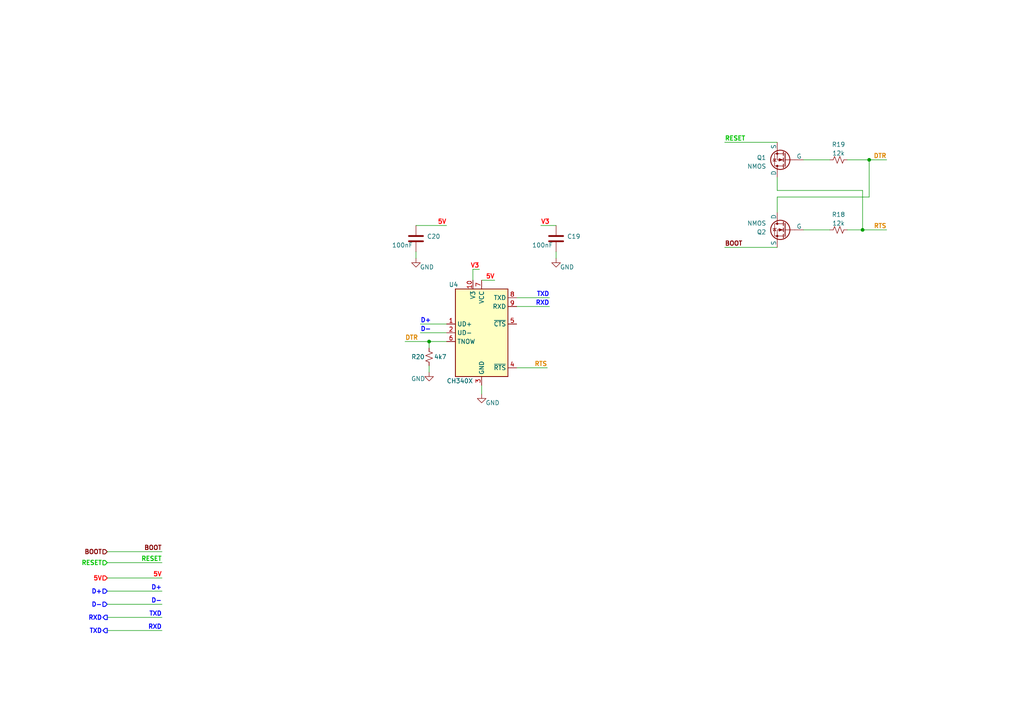
<source format=kicad_sch>
(kicad_sch (version 20230121) (generator eeschema)

  (uuid f59bf5f2-30cb-4995-8073-e561e2811cdb)

  (paper "A4")

  (lib_symbols
    (symbol "ESP32-S3_DB:C" (pin_numbers hide) (pin_names (offset 0.254)) (in_bom yes) (on_board yes)
      (property "Reference" "C" (at 0.635 2.54 0)
        (effects (font (size 1.27 1.27)) (justify left))
      )
      (property "Value" "C" (at 0.635 -2.54 0)
        (effects (font (size 1.27 1.27)) (justify left))
      )
      (property "Footprint" "" (at 0.9652 -3.81 0)
        (effects (font (size 1.27 1.27)) hide)
      )
      (property "Datasheet" "~" (at 0 0 0)
        (effects (font (size 1.27 1.27)) hide)
      )
      (property "ki_keywords" "cap capacitor" (at 0 0 0)
        (effects (font (size 1.27 1.27)) hide)
      )
      (property "ki_description" "Unpolarized capacitor" (at 0 0 0)
        (effects (font (size 1.27 1.27)) hide)
      )
      (property "ki_fp_filters" "C_*" (at 0 0 0)
        (effects (font (size 1.27 1.27)) hide)
      )
      (symbol "C_0_1"
        (polyline
          (pts
            (xy -2.032 -0.762)
            (xy 2.032 -0.762)
          )
          (stroke (width 0.508) (type default))
          (fill (type none))
        )
        (polyline
          (pts
            (xy -2.032 0.762)
            (xy 2.032 0.762)
          )
          (stroke (width 0.508) (type default))
          (fill (type none))
        )
      )
      (symbol "C_1_1"
        (pin passive line (at 0 3.81 270) (length 2.794)
          (name "~" (effects (font (size 1.27 1.27))))
          (number "1" (effects (font (size 1.27 1.27))))
        )
        (pin passive line (at 0 -3.81 90) (length 2.794)
          (name "~" (effects (font (size 1.27 1.27))))
          (number "2" (effects (font (size 1.27 1.27))))
        )
      )
    )
    (symbol "ESP32-S3_DB:CH340X" (in_bom yes) (on_board yes)
      (property "Reference" "U" (at -5.08 13.97 0)
        (effects (font (size 1.27 1.27)) (justify right))
      )
      (property "Value" "CH340X" (at 1.27 13.97 0)
        (effects (font (size 1.27 1.27)) (justify left))
      )
      (property "Footprint" "Package_SO:MSOP-10_3x3mm_P0.5mm" (at 1.27 -13.97 0)
        (effects (font (size 1.27 1.27)) (justify left) hide)
      )
      (property "Datasheet" "https://www.mpja.com/download/35227cpdata.pdf" (at -8.89 20.32 0)
        (effects (font (size 1.27 1.27)) hide)
      )
      (property "ki_keywords" "USB UART Serial Converter Interface" (at 0 0 0)
        (effects (font (size 1.27 1.27)) hide)
      )
      (property "ki_description" "USB serial converter, UART, MSOP-10" (at 0 0 0)
        (effects (font (size 1.27 1.27)) hide)
      )
      (property "ki_fp_filters" "MSOP*3x3mm*P0.5mm*" (at 0 0 0)
        (effects (font (size 1.27 1.27)) hide)
      )
      (symbol "CH340X_0_1"
        (rectangle (start -7.62 12.7) (end 7.62 -12.7)
          (stroke (width 0.254) (type default))
          (fill (type background))
        )
      )
      (symbol "CH340X_1_1"
        (pin bidirectional line (at -10.16 2.54 0) (length 2.54)
          (name "UD+" (effects (font (size 1.27 1.27))))
          (number "1" (effects (font (size 1.27 1.27))))
        )
        (pin passive line (at -2.54 15.24 270) (length 2.54)
          (name "V3" (effects (font (size 1.27 1.27))))
          (number "10" (effects (font (size 1.27 1.27))))
        )
        (pin bidirectional line (at -10.16 0 0) (length 2.54)
          (name "UD-" (effects (font (size 1.27 1.27))))
          (number "2" (effects (font (size 1.27 1.27))))
        )
        (pin power_in line (at 0 -15.24 90) (length 2.54)
          (name "GND" (effects (font (size 1.27 1.27))))
          (number "3" (effects (font (size 1.27 1.27))))
        )
        (pin output line (at 10.16 -10.16 180) (length 2.54)
          (name "~{RTS}" (effects (font (size 1.27 1.27))))
          (number "4" (effects (font (size 1.27 1.27))))
        )
        (pin input line (at 10.16 2.54 180) (length 2.54)
          (name "~{CTS}" (effects (font (size 1.27 1.27))))
          (number "5" (effects (font (size 1.27 1.27))))
        )
        (pin output line (at -10.16 -2.54 0) (length 2.54)
          (name "TNOW" (effects (font (size 1.27 1.27))))
          (number "6" (effects (font (size 1.27 1.27))))
        )
        (pin power_in line (at 0 15.24 270) (length 2.54)
          (name "VCC" (effects (font (size 1.27 1.27))))
          (number "7" (effects (font (size 1.27 1.27))))
        )
        (pin output line (at 10.16 10.16 180) (length 2.54)
          (name "TXD" (effects (font (size 1.27 1.27))))
          (number "8" (effects (font (size 1.27 1.27))))
        )
        (pin input line (at 10.16 7.62 180) (length 2.54)
          (name "RXD" (effects (font (size 1.27 1.27))))
          (number "9" (effects (font (size 1.27 1.27))))
        )
      )
    )
    (symbol "ESP32-S3_DB:GND" (power) (pin_names (offset 0)) (in_bom yes) (on_board yes)
      (property "Reference" "#PWR" (at 0 -6.35 0)
        (effects (font (size 1.27 1.27)) hide)
      )
      (property "Value" "GND" (at 0 -3.81 0)
        (effects (font (size 1.27 1.27)))
      )
      (property "Footprint" "" (at 0 0 0)
        (effects (font (size 1.27 1.27)) hide)
      )
      (property "Datasheet" "" (at 0 0 0)
        (effects (font (size 1.27 1.27)) hide)
      )
      (property "ki_keywords" "global power" (at 0 0 0)
        (effects (font (size 1.27 1.27)) hide)
      )
      (property "ki_description" "Power symbol creates a global label with name \"GND\" , ground" (at 0 0 0)
        (effects (font (size 1.27 1.27)) hide)
      )
      (symbol "GND_0_1"
        (polyline
          (pts
            (xy 0 0)
            (xy 0 -1.27)
            (xy 1.27 -1.27)
            (xy 0 -2.54)
            (xy -1.27 -1.27)
            (xy 0 -1.27)
          )
          (stroke (width 0) (type default))
          (fill (type none))
        )
      )
      (symbol "GND_1_1"
        (pin power_in line (at 0 0 270) (length 0) hide
          (name "GND" (effects (font (size 1.27 1.27))))
          (number "1" (effects (font (size 1.27 1.27))))
        )
      )
    )
    (symbol "ESP32-S3_DB:NMOS" (pin_numbers hide) (pin_names (offset 0)) (in_bom yes) (on_board yes)
      (property "Reference" "Q" (at 5.08 1.27 0)
        (effects (font (size 1.27 1.27)) (justify left))
      )
      (property "Value" "NMOS" (at 5.08 -1.27 0)
        (effects (font (size 1.27 1.27)) (justify left))
      )
      (property "Footprint" "" (at 5.08 2.54 0)
        (effects (font (size 1.27 1.27)) hide)
      )
      (property "Datasheet" "https://ngspice.sourceforge.io/docs/ngspice-manual.pdf" (at 0 -12.7 0)
        (effects (font (size 1.27 1.27)) hide)
      )
      (property "Sim.Device" "NMOS" (at 0 -17.145 0)
        (effects (font (size 1.27 1.27)) hide)
      )
      (property "Sim.Type" "VDMOS" (at 0 -19.05 0)
        (effects (font (size 1.27 1.27)) hide)
      )
      (property "Sim.Pins" "1=D 2=G 3=S" (at 0 -15.24 0)
        (effects (font (size 1.27 1.27)) hide)
      )
      (property "ki_keywords" "transistor NMOS N-MOS N-MOSFET simulation" (at 0 0 0)
        (effects (font (size 1.27 1.27)) hide)
      )
      (property "ki_description" "N-MOSFET transistor, drain/source/gate" (at 0 0 0)
        (effects (font (size 1.27 1.27)) hide)
      )
      (symbol "NMOS_0_1"
        (polyline
          (pts
            (xy 0.254 0)
            (xy -2.54 0)
          )
          (stroke (width 0) (type default))
          (fill (type none))
        )
        (polyline
          (pts
            (xy 0.254 1.905)
            (xy 0.254 -1.905)
          )
          (stroke (width 0.254) (type default))
          (fill (type none))
        )
        (polyline
          (pts
            (xy 0.762 -1.27)
            (xy 0.762 -2.286)
          )
          (stroke (width 0.254) (type default))
          (fill (type none))
        )
        (polyline
          (pts
            (xy 0.762 0.508)
            (xy 0.762 -0.508)
          )
          (stroke (width 0.254) (type default))
          (fill (type none))
        )
        (polyline
          (pts
            (xy 0.762 2.286)
            (xy 0.762 1.27)
          )
          (stroke (width 0.254) (type default))
          (fill (type none))
        )
        (polyline
          (pts
            (xy 2.54 2.54)
            (xy 2.54 1.778)
          )
          (stroke (width 0) (type default))
          (fill (type none))
        )
        (polyline
          (pts
            (xy 2.54 -2.54)
            (xy 2.54 0)
            (xy 0.762 0)
          )
          (stroke (width 0) (type default))
          (fill (type none))
        )
        (polyline
          (pts
            (xy 0.762 -1.778)
            (xy 3.302 -1.778)
            (xy 3.302 1.778)
            (xy 0.762 1.778)
          )
          (stroke (width 0) (type default))
          (fill (type none))
        )
        (polyline
          (pts
            (xy 1.016 0)
            (xy 2.032 0.381)
            (xy 2.032 -0.381)
            (xy 1.016 0)
          )
          (stroke (width 0) (type default))
          (fill (type outline))
        )
        (polyline
          (pts
            (xy 2.794 0.508)
            (xy 2.921 0.381)
            (xy 3.683 0.381)
            (xy 3.81 0.254)
          )
          (stroke (width 0) (type default))
          (fill (type none))
        )
        (polyline
          (pts
            (xy 3.302 0.381)
            (xy 2.921 -0.254)
            (xy 3.683 -0.254)
            (xy 3.302 0.381)
          )
          (stroke (width 0) (type default))
          (fill (type none))
        )
        (circle (center 1.651 0) (radius 2.794)
          (stroke (width 0.254) (type default))
          (fill (type none))
        )
        (circle (center 2.54 -1.778) (radius 0.254)
          (stroke (width 0) (type default))
          (fill (type outline))
        )
        (circle (center 2.54 1.778) (radius 0.254)
          (stroke (width 0) (type default))
          (fill (type outline))
        )
      )
      (symbol "NMOS_1_1"
        (pin passive line (at 2.54 5.08 270) (length 2.54)
          (name "D" (effects (font (size 1.27 1.27))))
          (number "1" (effects (font (size 1.27 1.27))))
        )
        (pin input line (at -5.08 0 0) (length 2.54)
          (name "G" (effects (font (size 1.27 1.27))))
          (number "2" (effects (font (size 1.27 1.27))))
        )
        (pin passive line (at 2.54 -5.08 90) (length 2.54)
          (name "S" (effects (font (size 1.27 1.27))))
          (number "3" (effects (font (size 1.27 1.27))))
        )
      )
    )
    (symbol "ESP32-S3_DB:R_Small_US" (pin_numbers hide) (pin_names (offset 0.254) hide) (in_bom yes) (on_board yes)
      (property "Reference" "R" (at 0.762 0.508 0)
        (effects (font (size 1.27 1.27)) (justify left))
      )
      (property "Value" "R_Small_US" (at 0.762 -1.016 0)
        (effects (font (size 1.27 1.27)) (justify left))
      )
      (property "Footprint" "" (at 0 0 0)
        (effects (font (size 1.27 1.27)) hide)
      )
      (property "Datasheet" "~" (at 0 0 0)
        (effects (font (size 1.27 1.27)) hide)
      )
      (property "ki_keywords" "r resistor" (at 0 0 0)
        (effects (font (size 1.27 1.27)) hide)
      )
      (property "ki_description" "Resistor, small US symbol" (at 0 0 0)
        (effects (font (size 1.27 1.27)) hide)
      )
      (property "ki_fp_filters" "R_*" (at 0 0 0)
        (effects (font (size 1.27 1.27)) hide)
      )
      (symbol "R_Small_US_1_1"
        (polyline
          (pts
            (xy 0 0)
            (xy 1.016 -0.381)
            (xy 0 -0.762)
            (xy -1.016 -1.143)
            (xy 0 -1.524)
          )
          (stroke (width 0) (type default))
          (fill (type none))
        )
        (polyline
          (pts
            (xy 0 1.524)
            (xy 1.016 1.143)
            (xy 0 0.762)
            (xy -1.016 0.381)
            (xy 0 0)
          )
          (stroke (width 0) (type default))
          (fill (type none))
        )
        (pin passive line (at 0 2.54 270) (length 1.016)
          (name "~" (effects (font (size 1.27 1.27))))
          (number "1" (effects (font (size 1.27 1.27))))
        )
        (pin passive line (at 0 -2.54 90) (length 1.016)
          (name "~" (effects (font (size 1.27 1.27))))
          (number "2" (effects (font (size 1.27 1.27))))
        )
      )
    )
  )

  (junction (at 124.46 99.06) (diameter 0) (color 0 0 0 0)
    (uuid 577e2f58-dd7d-49b8-9188-e7ba35e82814)
  )
  (junction (at 250.19 66.675) (diameter 0) (color 0 0 0 0)
    (uuid 928299ef-c321-4dac-b9ae-fafa1dd5b744)
  )
  (junction (at 252.095 46.355) (diameter 0) (color 0 0 0 0)
    (uuid e8ce79dd-acaa-4fd0-8e8f-6dc82804872e)
  )

  (wire (pts (xy 124.46 106.045) (xy 124.46 107.95))
    (stroke (width 0) (type default))
    (uuid 00bc3f35-bf92-4912-9649-78c6d7c43792)
  )
  (wire (pts (xy 158.75 106.68) (xy 149.86 106.68))
    (stroke (width 0) (type default))
    (uuid 05c0437f-996d-469d-834e-c52150ff5bb8)
  )
  (wire (pts (xy 245.745 46.355) (xy 252.095 46.355))
    (stroke (width 0) (type default))
    (uuid 09885aac-06f2-48a7-b0d1-e7569f5d3eda)
  )
  (wire (pts (xy 233.045 66.675) (xy 240.665 66.675))
    (stroke (width 0) (type default))
    (uuid 136ee038-50ef-4357-b33d-0e0104a26c06)
  )
  (wire (pts (xy 139.7 114.3) (xy 139.7 111.76))
    (stroke (width 0) (type default))
    (uuid 1f9db032-63b9-40c7-a386-68cf353a4198)
  )
  (wire (pts (xy 225.425 51.435) (xy 225.425 55.245))
    (stroke (width 0) (type default))
    (uuid 202d64ec-1333-40cd-9d60-102f811b6400)
  )
  (wire (pts (xy 225.425 55.245) (xy 250.19 55.245))
    (stroke (width 0) (type default))
    (uuid 2960944f-1443-4b80-af11-be830cd3a875)
  )
  (wire (pts (xy 124.46 99.06) (xy 124.46 100.965))
    (stroke (width 0) (type default))
    (uuid 2e8423fe-f781-4b4e-b01b-e7da1cb185f4)
  )
  (wire (pts (xy 46.99 179.07) (xy 31.115 179.07))
    (stroke (width 0) (type default))
    (uuid 2edde83c-c58f-43d4-bc3e-49963ee54b9b)
  )
  (wire (pts (xy 117.475 99.06) (xy 124.46 99.06))
    (stroke (width 0) (type default))
    (uuid 2ff135dc-02a0-4da0-ae9a-08362e6cc0e4)
  )
  (wire (pts (xy 31.115 160.02) (xy 46.99 160.02))
    (stroke (width 0) (type default))
    (uuid 366aae22-4e15-4ad9-aaf4-73bd7631f50a)
  )
  (wire (pts (xy 252.095 57.15) (xy 252.095 46.355))
    (stroke (width 0) (type default))
    (uuid 46d81ae1-45b8-4023-a581-0eb88c3472e9)
  )
  (wire (pts (xy 31.115 163.195) (xy 46.99 163.195))
    (stroke (width 0) (type default))
    (uuid 56548a40-fd7b-4fac-9745-14d32365a63a)
  )
  (wire (pts (xy 121.92 96.52) (xy 129.54 96.52))
    (stroke (width 0) (type default))
    (uuid 5cc291f2-4ee5-4df2-94d0-50c0e643181b)
  )
  (wire (pts (xy 121.92 93.98) (xy 129.54 93.98))
    (stroke (width 0) (type default))
    (uuid 63696361-3ae9-4f2c-8083-5007ba605418)
  )
  (wire (pts (xy 120.65 74.93) (xy 120.65 73.025))
    (stroke (width 0) (type default))
    (uuid 661cba00-d0d0-43c7-9d39-0333266b54e5)
  )
  (wire (pts (xy 210.185 41.275) (xy 225.425 41.275))
    (stroke (width 0) (type default))
    (uuid 6c86be70-71d3-4a17-87d8-169f092927db)
  )
  (wire (pts (xy 225.425 61.595) (xy 225.425 57.15))
    (stroke (width 0) (type default))
    (uuid 70523024-00a1-44fa-a014-363c9804bf15)
  )
  (wire (pts (xy 143.51 81.28) (xy 139.7 81.28))
    (stroke (width 0) (type default))
    (uuid 707da7f8-682f-4518-9310-da366b6ea29f)
  )
  (wire (pts (xy 159.385 88.9) (xy 149.86 88.9))
    (stroke (width 0) (type default))
    (uuid 84077a90-223b-4858-a72a-2ade0e5b33f3)
  )
  (wire (pts (xy 31.115 167.64) (xy 46.99 167.64))
    (stroke (width 0) (type default))
    (uuid 8446acd5-2a83-4e79-9e54-6dc60df2dba4)
  )
  (wire (pts (xy 245.745 66.675) (xy 250.19 66.675))
    (stroke (width 0) (type default))
    (uuid 86fcb40a-3646-4606-a73c-70fb252d16da)
  )
  (wire (pts (xy 129.54 99.06) (xy 124.46 99.06))
    (stroke (width 0) (type default))
    (uuid 876d54bf-c806-4aa9-908b-6af68ca8d467)
  )
  (wire (pts (xy 252.095 46.355) (xy 257.175 46.355))
    (stroke (width 0) (type default))
    (uuid 94abeab4-4821-4565-bb5e-49901b323184)
  )
  (wire (pts (xy 233.045 46.355) (xy 240.665 46.355))
    (stroke (width 0) (type default))
    (uuid 974f32e7-b91a-4e20-8199-a3df0f00139d)
  )
  (wire (pts (xy 139.065 78.105) (xy 137.16 78.105))
    (stroke (width 0) (type default))
    (uuid 9b353bf3-a788-42a0-9d7c-f48fc83663b8)
  )
  (wire (pts (xy 137.16 78.105) (xy 137.16 81.28))
    (stroke (width 0) (type default))
    (uuid 9dba0361-1b77-4555-8236-b583e3a8603d)
  )
  (wire (pts (xy 46.99 171.45) (xy 31.115 171.45))
    (stroke (width 0) (type default))
    (uuid a9859451-96e1-45c3-a4f7-76c107a586ef)
  )
  (wire (pts (xy 129.54 65.405) (xy 120.65 65.405))
    (stroke (width 0) (type default))
    (uuid ba697c89-5639-4d70-a4ec-ff8bc5ec077b)
  )
  (wire (pts (xy 159.385 86.36) (xy 149.86 86.36))
    (stroke (width 0) (type default))
    (uuid ca3223cc-bc9e-468a-8c38-e183c1ad68cd)
  )
  (wire (pts (xy 46.99 175.26) (xy 31.115 175.26))
    (stroke (width 0) (type default))
    (uuid cbb4153d-e7ab-41db-b1f6-052ea4029a91)
  )
  (wire (pts (xy 46.99 182.88) (xy 31.115 182.88))
    (stroke (width 0) (type default))
    (uuid cbf78b51-3831-42a7-a183-106d8c262b89)
  )
  (wire (pts (xy 161.29 74.93) (xy 161.29 73.025))
    (stroke (width 0) (type default))
    (uuid d2282414-0dcf-4c15-b237-e3ed06474527)
  )
  (wire (pts (xy 156.845 65.405) (xy 161.29 65.405))
    (stroke (width 0) (type default))
    (uuid de4a5e0d-7bc5-4689-aab0-3f965bb95743)
  )
  (wire (pts (xy 225.425 57.15) (xy 252.095 57.15))
    (stroke (width 0) (type default))
    (uuid e27f9ee2-aed4-463e-a188-55ea755039f4)
  )
  (wire (pts (xy 210.185 71.755) (xy 225.425 71.755))
    (stroke (width 0) (type default))
    (uuid edd08a60-f801-4bf9-83bb-ff7548414d91)
  )
  (wire (pts (xy 250.19 66.675) (xy 257.175 66.675))
    (stroke (width 0) (type default))
    (uuid f0225ef3-0540-4628-80c6-0345e6e04e1d)
  )
  (wire (pts (xy 250.19 55.245) (xy 250.19 66.675))
    (stroke (width 0) (type default))
    (uuid feea4657-1bff-4e13-97eb-333514ec1f96)
  )

  (label "V3" (at 156.845 65.405 0) (fields_autoplaced)
    (effects (font (size 1.27 1.27) (thickness 0.254) bold (color 255 0 0 1)) (justify left bottom))
    (uuid 0dfb5ebd-f5c2-409c-a1da-80165c970196)
  )
  (label "TXD" (at 159.385 86.36 180) (fields_autoplaced)
    (effects (font (size 1.27 1.27) bold (color 0 0 255 1)) (justify right bottom))
    (uuid 1e6e1c3d-624a-49c9-b96f-bc949d65f5ab)
  )
  (label "RTS" (at 158.75 106.68 180) (fields_autoplaced)
    (effects (font (size 1.27 1.27) bold (color 221 133 0 1)) (justify right bottom))
    (uuid 2d16f672-7c3b-4a07-8fa2-e87672d1bb86)
  )
  (label "BOOT" (at 46.99 160.02 180) (fields_autoplaced)
    (effects (font (size 1.27 1.27) bold (color 132 0 0 1)) (justify right bottom))
    (uuid 2dc82163-2043-4c32-a8f2-b4cc75722326)
  )
  (label "DTR" (at 117.475 99.06 0) (fields_autoplaced)
    (effects (font (size 1.27 1.27) bold (color 221 133 0 1)) (justify left bottom))
    (uuid 3b7b46ff-d922-4157-b9bc-ac80f50bfc46)
  )
  (label "5V" (at 143.51 81.28 180) (fields_autoplaced)
    (effects (font (size 1.27 1.27) bold (color 255 0 0 1)) (justify right bottom))
    (uuid 467ca210-0144-4cf1-8e4a-b6a713d75397)
  )
  (label "DTR" (at 257.175 46.355 180) (fields_autoplaced)
    (effects (font (size 1.27 1.27) bold (color 221 133 0 1)) (justify right bottom))
    (uuid 4ce6ea65-8630-4239-985a-a677b75660e0)
  )
  (label "V3" (at 139.065 78.105 180) (fields_autoplaced)
    (effects (font (size 1.27 1.27) (thickness 0.254) bold (color 255 0 0 1)) (justify right bottom))
    (uuid 526e7e73-a53e-45ee-ae83-06ef51e9539d)
  )
  (label "D-" (at 121.92 96.52 0) (fields_autoplaced)
    (effects (font (size 1.27 1.27) bold (color 0 0 255 1)) (justify left bottom))
    (uuid 5aac39fb-32ce-417d-bb8f-6e93362b56a0)
  )
  (label "TXD" (at 46.99 179.07 180) (fields_autoplaced)
    (effects (font (size 1.27 1.27) bold (color 0 0 255 1)) (justify right bottom))
    (uuid 5cf4a136-800a-4cdc-a109-230323b608ee)
  )
  (label "D+" (at 46.99 171.45 180) (fields_autoplaced)
    (effects (font (size 1.27 1.27) bold (color 0 0 255 1)) (justify right bottom))
    (uuid 668dc6e2-23a4-4411-a53d-76d1687699b6)
  )
  (label "5V" (at 46.99 167.64 180) (fields_autoplaced)
    (effects (font (size 1.27 1.27) bold (color 255 0 0 1)) (justify right bottom))
    (uuid 6ce096bc-6a62-4b24-934b-2535b3c09c38)
  )
  (label "5V" (at 129.54 65.405 180) (fields_autoplaced)
    (effects (font (size 1.27 1.27) bold (color 255 0 0 1)) (justify right bottom))
    (uuid 6ead0195-c09f-4dd3-aa04-728a9bcb1e95)
  )
  (label "RESET" (at 210.185 41.275 0) (fields_autoplaced)
    (effects (font (size 1.27 1.27) bold (color 0 194 0 1)) (justify left bottom))
    (uuid 7360e17b-0874-4a4f-b523-21adbcb7742c)
  )
  (label "RESET" (at 46.99 163.195 180) (fields_autoplaced)
    (effects (font (size 1.27 1.27) bold (color 0 194 0 1)) (justify right bottom))
    (uuid 85ae62cd-4788-43c6-8118-c0a59143d723)
  )
  (label "D-" (at 46.99 175.26 180) (fields_autoplaced)
    (effects (font (size 1.27 1.27) bold (color 0 0 255 1)) (justify right bottom))
    (uuid 8ed97983-56b5-4ebc-a7e2-fb4905419b42)
  )
  (label "D+" (at 121.92 93.98 0) (fields_autoplaced)
    (effects (font (size 1.27 1.27) bold (color 0 0 255 1)) (justify left bottom))
    (uuid a254e4df-d1a3-4939-a34f-5f64b269e030)
  )
  (label "RXD" (at 46.99 182.88 180) (fields_autoplaced)
    (effects (font (size 1.27 1.27) bold (color 0 0 255 1)) (justify right bottom))
    (uuid a6c7cc7a-62bd-4b89-8d77-3b64a7842239)
  )
  (label "RXD" (at 159.385 88.9 180) (fields_autoplaced)
    (effects (font (size 1.27 1.27) bold (color 0 0 255 1)) (justify right bottom))
    (uuid d18d02b7-1d63-495f-9a29-7ae087517037)
  )
  (label "RTS" (at 257.175 66.675 180) (fields_autoplaced)
    (effects (font (size 1.27 1.27) bold (color 221 133 0 1)) (justify right bottom))
    (uuid de666819-3940-44d0-a1b0-ad5e124b2fdc)
  )
  (label "BOOT" (at 210.185 71.755 0) (fields_autoplaced)
    (effects (font (size 1.27 1.27) bold (color 132 0 0 1)) (justify left bottom))
    (uuid ebba53d0-c9c0-4b6e-a2fe-c5773ae5a40b)
  )

  (hierarchical_label "D-" (shape input) (at 31.115 175.26 180) (fields_autoplaced)
    (effects (font (size 1.27 1.27) (thickness 0.254) bold (color 0 0 255 1)) (justify right))
    (uuid 3dde88e7-19a2-42cb-b833-3717286b1dc2)
  )
  (hierarchical_label "5V" (shape input) (at 31.115 167.64 180) (fields_autoplaced)
    (effects (font (size 1.27 1.27) (thickness 0.254) bold (color 255 0 0 1)) (justify right))
    (uuid 4a4549e4-4914-4765-b28e-03a953060b6c)
  )
  (hierarchical_label "TXD" (shape output) (at 31.115 182.88 180) (fields_autoplaced)
    (effects (font (size 1.27 1.27) (thickness 0.254) bold (color 0 0 255 1)) (justify right))
    (uuid 4c1a1b7d-0102-416f-bb86-ae4d369df345)
  )
  (hierarchical_label "RESET" (shape input) (at 31.115 163.195 180) (fields_autoplaced)
    (effects (font (size 1.27 1.27) bold (color 0 194 0 1)) (justify right))
    (uuid 68aebda3-f922-4b3c-a402-06e5872bfda9)
  )
  (hierarchical_label "RXD" (shape output) (at 31.115 179.07 180) (fields_autoplaced)
    (effects (font (size 1.27 1.27) (thickness 0.254) bold (color 0 0 255 1)) (justify right))
    (uuid 73379bf3-9ca1-4dac-a7c2-f896b05bcb8f)
  )
  (hierarchical_label "D+" (shape input) (at 31.115 171.45 180) (fields_autoplaced)
    (effects (font (size 1.27 1.27) (thickness 0.254) bold (color 0 0 255 1)) (justify right))
    (uuid 8200d688-c65a-4c6a-a20c-e8e5c34be873)
  )
  (hierarchical_label "BOOT" (shape input) (at 31.115 160.02 180) (fields_autoplaced)
    (effects (font (size 1.27 1.27) bold (color 132 0 0 1)) (justify right))
    (uuid a05a7ee7-7d5d-4534-aac6-b1c963fb54a8)
  )

  (symbol (lib_id "ESP32-S3_DB:R_Small_US") (at 124.46 103.505 180) (unit 1)
    (in_bom yes) (on_board yes) (dnp no)
    (uuid 2d3fc3f6-d699-44d2-b502-dcab3aabdb67)
    (property "Reference" "R20" (at 123.19 103.505 0)
      (effects (font (size 1.27 1.27)) (justify left))
    )
    (property "Value" "4k7" (at 129.54 103.505 0)
      (effects (font (size 1.27 1.27)) (justify left))
    )
    (property "Footprint" "" (at 124.46 103.505 0)
      (effects (font (size 1.27 1.27)) hide)
    )
    (property "Datasheet" "~" (at 124.46 103.505 0)
      (effects (font (size 1.27 1.27)) hide)
    )
    (pin "1" (uuid 296061d2-59d4-404b-ab89-77c0a726a7c2))
    (pin "2" (uuid db95fffe-8d30-41dd-b4df-9541996bb4fa))
    (instances
      (project "ESP32-S3_DB"
        (path "/b7fc4bd3-c219-4455-832b-8d795385dcf1/bf189a9b-22e7-430e-8144-dc6e013a917d"
          (reference "R20") (unit 1)
        )
      )
    )
  )

  (symbol (lib_id "ESP32-S3_DB:GND") (at 139.7 114.3 0) (unit 1)
    (in_bom yes) (on_board yes) (dnp no)
    (uuid 39251676-0aeb-43cf-bda1-376db6d22b9a)
    (property "Reference" "#PWR031" (at 139.7 120.65 0)
      (effects (font (size 1.27 1.27)) hide)
    )
    (property "Value" "GND" (at 142.875 116.84 0)
      (effects (font (size 1.27 1.27)))
    )
    (property "Footprint" "" (at 139.7 114.3 0)
      (effects (font (size 1.27 1.27)) hide)
    )
    (property "Datasheet" "" (at 139.7 114.3 0)
      (effects (font (size 1.27 1.27)) hide)
    )
    (pin "1" (uuid ce4df263-369f-41ac-bbe8-e5cb3e668619))
    (instances
      (project "ESP32-S3_DB"
        (path "/b7fc4bd3-c219-4455-832b-8d795385dcf1/bf189a9b-22e7-430e-8144-dc6e013a917d"
          (reference "#PWR031") (unit 1)
        )
      )
    )
  )

  (symbol (lib_id "ESP32-S3_DB:GND") (at 120.65 74.93 0) (unit 1)
    (in_bom yes) (on_board yes) (dnp no)
    (uuid 4e95e460-2300-466e-a798-4b57c1c6e3b6)
    (property "Reference" "#PWR030" (at 120.65 81.28 0)
      (effects (font (size 1.27 1.27)) hide)
    )
    (property "Value" "GND" (at 123.825 77.47 0)
      (effects (font (size 1.27 1.27)))
    )
    (property "Footprint" "" (at 120.65 74.93 0)
      (effects (font (size 1.27 1.27)) hide)
    )
    (property "Datasheet" "" (at 120.65 74.93 0)
      (effects (font (size 1.27 1.27)) hide)
    )
    (pin "1" (uuid 642fc4bf-412c-42e5-8cbe-92566aea4db0))
    (instances
      (project "ESP32-S3_DB"
        (path "/b7fc4bd3-c219-4455-832b-8d795385dcf1/bf189a9b-22e7-430e-8144-dc6e013a917d"
          (reference "#PWR030") (unit 1)
        )
      )
    )
  )

  (symbol (lib_id "ESP32-S3_DB:GND") (at 161.29 74.93 0) (unit 1)
    (in_bom yes) (on_board yes) (dnp no)
    (uuid 5c51c667-8e78-4577-93b3-518c117ff8fe)
    (property "Reference" "#PWR029" (at 161.29 81.28 0)
      (effects (font (size 1.27 1.27)) hide)
    )
    (property "Value" "GND" (at 164.465 77.47 0)
      (effects (font (size 1.27 1.27)))
    )
    (property "Footprint" "" (at 161.29 74.93 0)
      (effects (font (size 1.27 1.27)) hide)
    )
    (property "Datasheet" "" (at 161.29 74.93 0)
      (effects (font (size 1.27 1.27)) hide)
    )
    (pin "1" (uuid 90286210-aad6-4ae7-b537-8b3dbbced5d8))
    (instances
      (project "ESP32-S3_DB"
        (path "/b7fc4bd3-c219-4455-832b-8d795385dcf1/bf189a9b-22e7-430e-8144-dc6e013a917d"
          (reference "#PWR029") (unit 1)
        )
      )
    )
  )

  (symbol (lib_id "ESP32-S3_DB:NMOS") (at 227.965 66.675 0) (mirror y) (unit 1)
    (in_bom yes) (on_board yes) (dnp no)
    (uuid 7b3efd11-d976-40e9-a244-cd1eac1665e0)
    (property "Reference" "Q2" (at 222.25 67.31 0)
      (effects (font (size 1.27 1.27)) (justify left))
    )
    (property "Value" "NMOS" (at 222.25 64.77 0)
      (effects (font (size 1.27 1.27)) (justify left))
    )
    (property "Footprint" "" (at 222.885 64.135 0)
      (effects (font (size 1.27 1.27)) hide)
    )
    (property "Datasheet" "https://ngspice.sourceforge.io/docs/ngspice-manual.pdf" (at 227.965 79.375 0)
      (effects (font (size 1.27 1.27)) hide)
    )
    (property "Sim.Device" "NMOS" (at 227.965 83.82 0)
      (effects (font (size 1.27 1.27)) hide)
    )
    (property "Sim.Type" "VDMOS" (at 227.965 85.725 0)
      (effects (font (size 1.27 1.27)) hide)
    )
    (property "Sim.Pins" "1=D 2=G 3=S" (at 227.965 81.915 0)
      (effects (font (size 1.27 1.27)) hide)
    )
    (pin "1" (uuid 6dde0c03-23c4-40aa-a506-4dedaff1063e))
    (pin "2" (uuid a846cfc9-f2d3-46e3-bc88-e30c9ae8ffa7))
    (pin "3" (uuid 185cf0f2-4819-436b-9827-3583a59740d2))
    (instances
      (project "ESP32-S3_DB"
        (path "/b7fc4bd3-c219-4455-832b-8d795385dcf1/bf189a9b-22e7-430e-8144-dc6e013a917d"
          (reference "Q2") (unit 1)
        )
      )
    )
  )

  (symbol (lib_id "ESP32-S3_DB:NMOS") (at 227.965 46.355 180) (unit 1)
    (in_bom yes) (on_board yes) (dnp no) (fields_autoplaced)
    (uuid 7d25163b-9ff7-4037-bedb-c2b72b3b9d18)
    (property "Reference" "Q1" (at 222.25 45.72 0)
      (effects (font (size 1.27 1.27)) (justify left))
    )
    (property "Value" "NMOS" (at 222.25 48.26 0)
      (effects (font (size 1.27 1.27)) (justify left))
    )
    (property "Footprint" "" (at 222.885 48.895 0)
      (effects (font (size 1.27 1.27)) hide)
    )
    (property "Datasheet" "https://ngspice.sourceforge.io/docs/ngspice-manual.pdf" (at 227.965 33.655 0)
      (effects (font (size 1.27 1.27)) hide)
    )
    (property "Sim.Device" "NMOS" (at 227.965 29.21 0)
      (effects (font (size 1.27 1.27)) hide)
    )
    (property "Sim.Type" "VDMOS" (at 227.965 27.305 0)
      (effects (font (size 1.27 1.27)) hide)
    )
    (property "Sim.Pins" "1=D 2=G 3=S" (at 227.965 31.115 0)
      (effects (font (size 1.27 1.27)) hide)
    )
    (pin "1" (uuid 62fce9cb-ecb8-4749-a706-4054c4c1da52))
    (pin "2" (uuid 44c5f837-7f24-43c3-94ac-11274039f4ca))
    (pin "3" (uuid 74f25baf-d587-48cc-b176-898bd1d638b4))
    (instances
      (project "ESP32-S3_DB"
        (path "/b7fc4bd3-c219-4455-832b-8d795385dcf1/bf189a9b-22e7-430e-8144-dc6e013a917d"
          (reference "Q1") (unit 1)
        )
      )
    )
  )

  (symbol (lib_id "ESP32-S3_DB:R_Small_US") (at 243.205 46.355 90) (unit 1)
    (in_bom yes) (on_board yes) (dnp no) (fields_autoplaced)
    (uuid 83078300-9a7d-4342-bb94-e2a9fffad141)
    (property "Reference" "R19" (at 243.205 41.91 90)
      (effects (font (size 1.27 1.27)))
    )
    (property "Value" "12k" (at 243.205 44.45 90)
      (effects (font (size 1.27 1.27)))
    )
    (property "Footprint" "" (at 243.205 46.355 0)
      (effects (font (size 1.27 1.27)) hide)
    )
    (property "Datasheet" "~" (at 243.205 46.355 0)
      (effects (font (size 1.27 1.27)) hide)
    )
    (pin "1" (uuid 8a4d9f8a-0ff0-46a6-85eb-1fcb9ced852b))
    (pin "2" (uuid 52081704-1795-434d-b4c0-5b718ba1abde))
    (instances
      (project "ESP32-S3_DB"
        (path "/b7fc4bd3-c219-4455-832b-8d795385dcf1/bf189a9b-22e7-430e-8144-dc6e013a917d"
          (reference "R19") (unit 1)
        )
      )
    )
  )

  (symbol (lib_id "ESP32-S3_DB:C") (at 161.29 69.215 180) (unit 1)
    (in_bom yes) (on_board yes) (dnp no)
    (uuid 900b506f-b1a1-4034-bca5-5bd2fa6ca230)
    (property "Reference" "C19" (at 164.465 68.58 0)
      (effects (font (size 1.27 1.27)) (justify right))
    )
    (property "Value" "100nF" (at 154.305 71.12 0)
      (effects (font (size 1.27 1.27)) (justify right))
    )
    (property "Footprint" "" (at 160.3248 65.405 0)
      (effects (font (size 1.27 1.27)) hide)
    )
    (property "Datasheet" "~" (at 161.29 69.215 0)
      (effects (font (size 1.27 1.27)) hide)
    )
    (pin "1" (uuid 38ed5f01-e2f6-4833-9a37-a0299182964f))
    (pin "2" (uuid 79350ca9-4f68-4e25-9877-6f068a6e3053))
    (instances
      (project "ESP32-S3_DB"
        (path "/b7fc4bd3-c219-4455-832b-8d795385dcf1/bf189a9b-22e7-430e-8144-dc6e013a917d"
          (reference "C19") (unit 1)
        )
      )
    )
  )

  (symbol (lib_id "ESP32-S3_DB:R_Small_US") (at 243.205 66.675 90) (unit 1)
    (in_bom yes) (on_board yes) (dnp no) (fields_autoplaced)
    (uuid b825e7ca-09e2-4732-82d5-1eee4902ec12)
    (property "Reference" "R18" (at 243.205 62.23 90)
      (effects (font (size 1.27 1.27)))
    )
    (property "Value" "12k" (at 243.205 64.77 90)
      (effects (font (size 1.27 1.27)))
    )
    (property "Footprint" "" (at 243.205 66.675 0)
      (effects (font (size 1.27 1.27)) hide)
    )
    (property "Datasheet" "~" (at 243.205 66.675 0)
      (effects (font (size 1.27 1.27)) hide)
    )
    (pin "1" (uuid 96fcd9f9-a549-48a7-8a4a-d7da712842ae))
    (pin "2" (uuid 3155c645-70a2-445d-8311-fb19eef6cebf))
    (instances
      (project "ESP32-S3_DB"
        (path "/b7fc4bd3-c219-4455-832b-8d795385dcf1/bf189a9b-22e7-430e-8144-dc6e013a917d"
          (reference "R18") (unit 1)
        )
      )
    )
  )

  (symbol (lib_id "ESP32-S3_DB:C") (at 120.65 69.215 180) (unit 1)
    (in_bom yes) (on_board yes) (dnp no)
    (uuid d8c9f172-17d6-4a59-b241-681cf83409f5)
    (property "Reference" "C20" (at 123.825 68.58 0)
      (effects (font (size 1.27 1.27)) (justify right))
    )
    (property "Value" "100nF" (at 113.665 71.12 0)
      (effects (font (size 1.27 1.27)) (justify right))
    )
    (property "Footprint" "" (at 119.6848 65.405 0)
      (effects (font (size 1.27 1.27)) hide)
    )
    (property "Datasheet" "~" (at 120.65 69.215 0)
      (effects (font (size 1.27 1.27)) hide)
    )
    (pin "1" (uuid 8d3a455f-30e1-4217-89d6-5165fe15a64c))
    (pin "2" (uuid 3e1651cf-f1ff-4323-885c-8059265847d6))
    (instances
      (project "ESP32-S3_DB"
        (path "/b7fc4bd3-c219-4455-832b-8d795385dcf1/bf189a9b-22e7-430e-8144-dc6e013a917d"
          (reference "C20") (unit 1)
        )
      )
    )
  )

  (symbol (lib_id "ESP32-S3_DB:CH340X") (at 139.7 96.52 0) (unit 1)
    (in_bom yes) (on_board yes) (dnp no)
    (uuid ef19a03f-846f-427f-8063-0bb1f1f1868c)
    (property "Reference" "U4" (at 130.175 82.55 0)
      (effects (font (size 1.27 1.27)) (justify left))
    )
    (property "Value" "CH340X" (at 129.54 110.49 0)
      (effects (font (size 1.27 1.27)) (justify left))
    )
    (property "Footprint" "Package_SO:MSOP-10_3x3mm_P0.5mm" (at 140.97 110.49 0)
      (effects (font (size 1.27 1.27)) (justify left) hide)
    )
    (property "Datasheet" "https://www.mpja.com/download/35227cpdata.pdf" (at 130.81 76.2 0)
      (effects (font (size 1.27 1.27)) hide)
    )
    (pin "1" (uuid ca2b2c16-8ad1-4f8e-9ab6-bed95a09d1ca))
    (pin "10" (uuid dd94888b-c15f-4365-a0e2-ae3e423e3495))
    (pin "2" (uuid 1a263214-d638-41ef-91f3-88b581cca255))
    (pin "3" (uuid 244a90f1-5a6c-473e-ab86-003af6bdb56d))
    (pin "4" (uuid 79b14b35-03fb-43f5-9808-541c9db59db6))
    (pin "5" (uuid 60238188-cfe6-403f-a2ae-3ba0847a5b5d))
    (pin "6" (uuid 81b21ae6-efd5-4338-874c-1e0a81a00909))
    (pin "7" (uuid 011c7f2e-d95b-4c81-9b15-2c151fc19ea3))
    (pin "8" (uuid b6de4b0a-5763-4e82-aca7-16527a9f94fc))
    (pin "9" (uuid 3fa9b5d7-7e8b-4b9a-8ff1-5aa0957342bb))
    (instances
      (project "ESP32-S3_DB"
        (path "/b7fc4bd3-c219-4455-832b-8d795385dcf1/bf189a9b-22e7-430e-8144-dc6e013a917d"
          (reference "U4") (unit 1)
        )
      )
    )
  )

  (symbol (lib_id "ESP32-S3_DB:GND") (at 124.46 107.95 0) (unit 1)
    (in_bom yes) (on_board yes) (dnp no)
    (uuid f530b98d-4f2b-4457-94ad-47f09e778c0d)
    (property "Reference" "#PWR032" (at 124.46 114.3 0)
      (effects (font (size 1.27 1.27)) hide)
    )
    (property "Value" "GND" (at 121.285 109.855 0)
      (effects (font (size 1.27 1.27)))
    )
    (property "Footprint" "" (at 124.46 107.95 0)
      (effects (font (size 1.27 1.27)) hide)
    )
    (property "Datasheet" "" (at 124.46 107.95 0)
      (effects (font (size 1.27 1.27)) hide)
    )
    (pin "1" (uuid 1a198e59-2325-419f-a156-a0436aaac30d))
    (instances
      (project "ESP32-S3_DB"
        (path "/b7fc4bd3-c219-4455-832b-8d795385dcf1/bf189a9b-22e7-430e-8144-dc6e013a917d"
          (reference "#PWR032") (unit 1)
        )
      )
    )
  )
)

</source>
